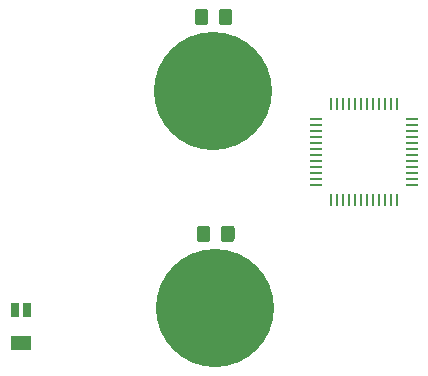
<source format=gbp>
G04 #@! TF.GenerationSoftware,KiCad,Pcbnew,5.1.7-a382d34a8~88~ubuntu18.04.1*
G04 #@! TF.CreationDate,2021-11-20T11:26:47+05:30*
G04 #@! TF.ProjectId,FrontEnd_switch_Normal_v1,46726f6e-7445-46e6-945f-737769746368,rev?*
G04 #@! TF.SameCoordinates,Original*
G04 #@! TF.FileFunction,Paste,Bot*
G04 #@! TF.FilePolarity,Positive*
%FSLAX46Y46*%
G04 Gerber Fmt 4.6, Leading zero omitted, Abs format (unit mm)*
G04 Created by KiCad (PCBNEW 5.1.7-a382d34a8~88~ubuntu18.04.1) date 2021-11-20 11:26:47*
%MOMM*%
%LPD*%
G01*
G04 APERTURE LIST*
%ADD10C,10.000000*%
%ADD11R,0.740000X1.250000*%
%ADD12R,1.800000X1.250000*%
%ADD13R,1.000000X0.230000*%
%ADD14R,0.230000X1.000000*%
G04 APERTURE END LIST*
G36*
G01*
X115220000Y-85839701D02*
X115220000Y-84939699D01*
G75*
G02*
X115469999Y-84689700I249999J0D01*
G01*
X116120001Y-84689700D01*
G75*
G02*
X116370000Y-84939699I0J-249999D01*
G01*
X116370000Y-85839701D01*
G75*
G02*
X116120001Y-86089700I-249999J0D01*
G01*
X115469999Y-86089700D01*
G75*
G02*
X115220000Y-85839701I0J249999D01*
G01*
G37*
G36*
G01*
X113170000Y-85839701D02*
X113170000Y-84939699D01*
G75*
G02*
X113419999Y-84689700I249999J0D01*
G01*
X114070001Y-84689700D01*
G75*
G02*
X114320000Y-84939699I0J-249999D01*
G01*
X114320000Y-85839701D01*
G75*
G02*
X114070001Y-86089700I-249999J0D01*
G01*
X113419999Y-86089700D01*
G75*
G02*
X113170000Y-85839701I0J249999D01*
G01*
G37*
G36*
G01*
X115405000Y-104204001D02*
X115405000Y-103303999D01*
G75*
G02*
X115654999Y-103054000I249999J0D01*
G01*
X116305001Y-103054000D01*
G75*
G02*
X116555000Y-103303999I0J-249999D01*
G01*
X116555000Y-104204001D01*
G75*
G02*
X116305001Y-104454000I-249999J0D01*
G01*
X115654999Y-104454000D01*
G75*
G02*
X115405000Y-104204001I0J249999D01*
G01*
G37*
G36*
G01*
X113355000Y-104204001D02*
X113355000Y-103303999D01*
G75*
G02*
X113604999Y-103054000I249999J0D01*
G01*
X114255001Y-103054000D01*
G75*
G02*
X114505000Y-103303999I0J-249999D01*
G01*
X114505000Y-104204001D01*
G75*
G02*
X114255001Y-104454000I-249999J0D01*
G01*
X113604999Y-104454000D01*
G75*
G02*
X113355000Y-104204001I0J249999D01*
G01*
G37*
D10*
X114717000Y-91686400D03*
D11*
X97928000Y-110220000D03*
D12*
X98458000Y-112970000D03*
D11*
X98988000Y-110220000D03*
D13*
X131559000Y-99133700D03*
D14*
X130289000Y-92783700D03*
X129781000Y-92783700D03*
X129273000Y-92783700D03*
X128765000Y-92783700D03*
X128257000Y-92783700D03*
X127749000Y-92783700D03*
X127241000Y-92783700D03*
X126733000Y-92783700D03*
X126225000Y-92783700D03*
X125717000Y-92783700D03*
X125209000Y-92783700D03*
X124701000Y-92783700D03*
D13*
X123431000Y-94053700D03*
X123431000Y-94561700D03*
X123431000Y-95577700D03*
X123431000Y-96085700D03*
X123431000Y-96593700D03*
X123431000Y-97101700D03*
X123431000Y-97609700D03*
X123431000Y-98117700D03*
X123431000Y-98625700D03*
X123431000Y-99133700D03*
X123431000Y-99641700D03*
D14*
X125209000Y-100911700D03*
X125717000Y-100911700D03*
X126225000Y-100911700D03*
X126733000Y-100911700D03*
X127241000Y-100911700D03*
X127749000Y-100911700D03*
X128257000Y-100911700D03*
X128765000Y-100911700D03*
X129273000Y-100911700D03*
X129781000Y-100911700D03*
X130289000Y-100911700D03*
D13*
X131559000Y-99641700D03*
X131559000Y-98625700D03*
X131559000Y-98117700D03*
X131559000Y-97609700D03*
X131559000Y-97101700D03*
X131559000Y-96593700D03*
X131559000Y-96085700D03*
X131559000Y-95577700D03*
X131559000Y-95069700D03*
X131559000Y-94561700D03*
X131559000Y-94053700D03*
D14*
X124701000Y-100911700D03*
D13*
X123431000Y-95069700D03*
D10*
X114930000Y-110023000D03*
M02*

</source>
